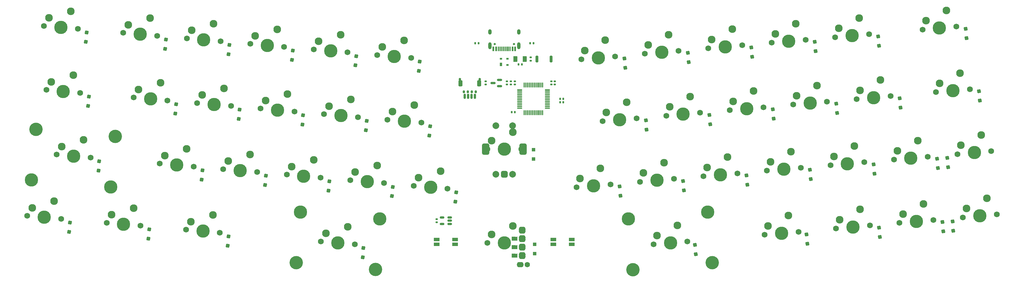
<source format=gbr>
%TF.GenerationSoftware,KiCad,Pcbnew,(7.0.0)*%
%TF.CreationDate,2024-04-21T21:40:02+02:00*%
%TF.ProjectId,Arrowhead,4172726f-7768-4656-9164-2e6b69636164,rev?*%
%TF.SameCoordinates,Original*%
%TF.FileFunction,Soldermask,Bot*%
%TF.FilePolarity,Negative*%
%FSLAX46Y46*%
G04 Gerber Fmt 4.6, Leading zero omitted, Abs format (unit mm)*
G04 Created by KiCad (PCBNEW (7.0.0)) date 2024-04-21 21:40:02*
%MOMM*%
%LPD*%
G01*
G04 APERTURE LIST*
G04 Aperture macros list*
%AMRoundRect*
0 Rectangle with rounded corners*
0 $1 Rounding radius*
0 $2 $3 $4 $5 $6 $7 $8 $9 X,Y pos of 4 corners*
0 Add a 4 corners polygon primitive as box body*
4,1,4,$2,$3,$4,$5,$6,$7,$8,$9,$2,$3,0*
0 Add four circle primitives for the rounded corners*
1,1,$1+$1,$2,$3*
1,1,$1+$1,$4,$5*
1,1,$1+$1,$6,$7*
1,1,$1+$1,$8,$9*
0 Add four rect primitives between the rounded corners*
20,1,$1+$1,$2,$3,$4,$5,0*
20,1,$1+$1,$4,$5,$6,$7,0*
20,1,$1+$1,$6,$7,$8,$9,0*
20,1,$1+$1,$8,$9,$2,$3,0*%
%AMFreePoly0*
4,1,6,0.600000,-0.250000,-0.600000,-0.250000,-0.600000,1.000000,0.000000,0.400000,0.600000,1.000000,0.600000,-0.250000,0.600000,-0.250000,$1*%
%AMFreePoly1*
4,1,6,0.600000,0.200000,0.000000,-0.400000,-0.600000,0.200000,-0.600000,0.400000,0.600000,0.400000,0.600000,0.200000,0.600000,0.200000,$1*%
G04 Aperture macros list end*
%ADD10C,0.100000*%
%ADD11C,1.750000*%
%ADD12C,3.987800*%
%ADD13C,2.300000*%
%ADD14O,2.100000X1.600000*%
%ADD15FreePoly0,270.000000*%
%ADD16FreePoly1,270.000000*%
%ADD17C,1.600000*%
%ADD18C,4.000000*%
%ADD19C,2.000000*%
%ADD20RoundRect,0.500000X0.500000X-0.500000X0.500000X0.500000X-0.500000X0.500000X-0.500000X-0.500000X0*%
%ADD21RoundRect,0.550000X0.550000X-1.150000X0.550000X1.150000X-0.550000X1.150000X-0.550000X-1.150000X0*%
%ADD22RoundRect,0.150000X0.587500X0.150000X-0.587500X0.150000X-0.587500X-0.150000X0.587500X-0.150000X0*%
%ADD23RoundRect,0.250000X0.272712X-0.325005X0.325005X0.272712X-0.272712X0.325005X-0.325005X-0.272712X0*%
%ADD24RoundRect,0.140000X0.140000X0.170000X-0.140000X0.170000X-0.140000X-0.170000X0.140000X-0.170000X0*%
%ADD25RoundRect,0.250000X-0.375000X-0.625000X0.375000X-0.625000X0.375000X0.625000X-0.375000X0.625000X0*%
%ADD26RoundRect,0.140000X-0.140000X-0.170000X0.140000X-0.170000X0.140000X0.170000X-0.140000X0.170000X0*%
%ADD27RoundRect,0.250000X0.325005X-0.272712X0.272712X0.325005X-0.325005X0.272712X-0.272712X-0.325005X0*%
%ADD28RoundRect,0.200000X0.200000X0.800000X-0.200000X0.800000X-0.200000X-0.800000X0.200000X-0.800000X0*%
%ADD29RoundRect,0.140000X0.170000X-0.140000X0.170000X0.140000X-0.170000X0.140000X-0.170000X-0.140000X0*%
%ADD30RoundRect,0.140000X-0.170000X0.140000X-0.170000X-0.140000X0.170000X-0.140000X0.170000X0.140000X0*%
%ADD31RoundRect,0.150000X0.512500X0.150000X-0.512500X0.150000X-0.512500X-0.150000X0.512500X-0.150000X0*%
%ADD32RoundRect,0.250000X0.300000X-0.300000X0.300000X0.300000X-0.300000X0.300000X-0.300000X-0.300000X0*%
%ADD33RoundRect,0.135000X-0.135000X-0.185000X0.135000X-0.185000X0.135000X0.185000X-0.135000X0.185000X0*%
%ADD34R,1.700000X1.000000*%
%ADD35RoundRect,0.150000X-0.150000X-0.625000X0.150000X-0.625000X0.150000X0.625000X-0.150000X0.625000X0*%
%ADD36RoundRect,0.250000X-0.350000X-0.650000X0.350000X-0.650000X0.350000X0.650000X-0.350000X0.650000X0*%
%ADD37RoundRect,0.150000X-0.150000X-0.275000X0.150000X-0.275000X0.150000X0.275000X-0.150000X0.275000X0*%
%ADD38RoundRect,0.175000X-0.175000X-0.225000X0.175000X-0.225000X0.175000X0.225000X-0.175000X0.225000X0*%
%ADD39C,0.650000*%
%ADD40R,0.600000X1.450000*%
%ADD41R,0.300000X1.450000*%
%ADD42O,1.000000X1.600000*%
%ADD43O,1.000000X2.100000*%
%ADD44R,0.700000X1.000000*%
%ADD45R,0.700000X0.600000*%
%ADD46RoundRect,0.135000X0.185000X-0.135000X0.185000X0.135000X-0.185000X0.135000X-0.185000X-0.135000X0*%
%ADD47RoundRect,0.075000X0.662500X0.075000X-0.662500X0.075000X-0.662500X-0.075000X0.662500X-0.075000X0*%
%ADD48RoundRect,0.075000X0.075000X0.662500X-0.075000X0.662500X-0.075000X-0.662500X0.075000X-0.662500X0*%
G04 APERTURE END LIST*
%TO.C,EN1*%
G36*
X184729000Y-103830500D02*
G01*
X183713000Y-103830500D01*
X183713000Y-102814500D01*
X184729000Y-102814500D01*
X184729000Y-103830500D01*
G37*
D10*
X184729000Y-103830500D02*
X183713000Y-103830500D01*
X183713000Y-102814500D01*
X184729000Y-102814500D01*
X184729000Y-103830500D01*
G36*
X184729000Y-101290500D02*
G01*
X183713000Y-101290500D01*
X183713000Y-100274500D01*
X184729000Y-100274500D01*
X184729000Y-101290500D01*
G37*
X184729000Y-101290500D02*
X183713000Y-101290500D01*
X183713000Y-100274500D01*
X184729000Y-100274500D01*
X184729000Y-101290500D01*
G36*
X184729000Y-98750500D02*
G01*
X183713000Y-98750500D01*
X183713000Y-97734500D01*
X184729000Y-97734500D01*
X184729000Y-98750500D01*
G37*
X184729000Y-98750500D02*
X183713000Y-98750500D01*
X183713000Y-97734500D01*
X184729000Y-97734500D01*
X184729000Y-98750500D01*
%TD*%
D11*
%TO.C,MX45*%
X299139374Y-93545516D03*
D12*
X304200043Y-93102765D03*
D11*
X309260712Y-92660014D03*
D13*
X300183166Y-90904494D03*
X306287626Y-87820720D03*
%TD*%
D11*
%TO.C,MX26*%
X77992466Y-75757901D03*
D12*
X83053135Y-76200652D03*
D11*
X88113804Y-76643403D03*
D13*
X79479009Y-73338254D03*
X86026221Y-71361359D03*
%TD*%
D11*
%TO.C,MX6*%
X142990004Y-43198913D03*
D12*
X148050673Y-43641664D03*
D11*
X153111342Y-44084415D03*
D13*
X144476547Y-40779266D03*
X151023759Y-38802371D03*
%TD*%
D11*
%TO.C,MX38*%
X62099017Y-93490172D03*
D12*
X67159686Y-93932923D03*
D11*
X72220355Y-94375674D03*
D13*
X63585560Y-91070525D03*
X70132772Y-89093630D03*
%TD*%
D11*
%TO.C,MX31*%
X202591512Y-82869591D03*
D12*
X207652181Y-82426840D03*
D11*
X212712850Y-81984089D03*
D13*
X203635304Y-80228569D03*
X209739764Y-77144795D03*
%TD*%
D11*
%TO.C,MX41*%
X175895000Y-71437500D03*
D12*
X180975000Y-71437500D03*
D11*
X186055000Y-71437500D03*
D13*
X177165000Y-68897500D03*
X183515000Y-66357500D03*
%TD*%
D11*
%TO.C,MX22*%
X267352476Y-58080973D03*
D12*
X272413145Y-57638222D03*
D11*
X277473814Y-57195471D03*
D13*
X268396268Y-55439951D03*
X274500728Y-52356177D03*
%TD*%
D11*
%TO.C,MX35*%
X278501548Y-76228324D03*
D12*
X283562217Y-75785573D03*
D11*
X288622886Y-75342822D03*
D13*
X279545340Y-73587302D03*
X285649800Y-70503528D03*
%TD*%
D11*
%TO.C,MX19*%
X210419949Y-63061924D03*
D12*
X215480618Y-62619173D03*
D11*
X220541287Y-62176422D03*
D13*
X211463741Y-60420902D03*
X217568201Y-57337128D03*
%TD*%
D14*
%TO.C,EN1*%
X186349999Y-103584499D03*
D15*
X183459000Y-103322500D03*
D16*
X184475000Y-103322500D03*
D14*
X186349999Y-103060499D03*
X186349999Y-101044499D03*
D15*
X183459000Y-100782500D03*
D16*
X184475000Y-100782500D03*
D14*
X186349999Y-100520499D03*
X186349999Y-98504499D03*
D15*
X183459000Y-98242500D03*
D16*
X184475000Y-98242500D03*
D14*
X186349999Y-97980499D03*
D17*
X187825000Y-106060500D03*
D14*
X185724999Y-106060499D03*
X186349999Y-95964499D03*
X186349999Y-95440499D03*
%TD*%
D11*
%TO.C,MX23*%
X286329985Y-56420656D03*
D12*
X291390654Y-55977905D03*
D11*
X296451323Y-55535154D03*
D13*
X287373777Y-53779634D03*
X293478237Y-50695860D03*
%TD*%
D11*
%TO.C,MX46*%
X318116883Y-91885199D03*
D12*
X323177552Y-91442448D03*
D11*
X328238221Y-90999697D03*
D13*
X319160675Y-89244177D03*
X325265135Y-86160403D03*
%TD*%
D11*
%TO.C,MX48*%
X175895000Y-99512500D03*
D12*
X180975000Y-99512500D03*
D13*
X177165000Y-96972500D03*
X183515000Y-94432500D03*
%TD*%
D11*
%TO.C,MX8*%
X222992764Y-42839177D03*
D12*
X228053433Y-42396426D03*
D11*
X233114102Y-41953675D03*
D13*
X224036556Y-40198155D03*
X230141016Y-37114381D03*
%TD*%
D11*
%TO.C,MX5*%
X124012495Y-41538596D03*
D12*
X129073164Y-41981347D03*
D11*
X134133833Y-42424098D03*
D13*
X125499038Y-39118949D03*
X132046250Y-37142054D03*
%TD*%
D11*
%TO.C,MX11*%
X279925291Y-37858226D03*
D12*
X284985960Y-37415475D03*
D11*
X290046629Y-36972724D03*
D13*
X280969083Y-35217204D03*
X287073543Y-32133430D03*
%TD*%
D11*
%TO.C,MX43*%
X258812992Y-97077125D03*
D12*
X263873661Y-96634374D03*
D11*
X268934330Y-96191623D03*
D13*
X259856784Y-94436103D03*
X265961244Y-91352329D03*
%TD*%
D11*
%TO.C,MX33*%
X240546530Y-79548957D03*
D12*
X245607199Y-79106206D03*
D11*
X250667868Y-78663455D03*
D13*
X241590322Y-76907935D03*
X247694782Y-73824161D03*
%TD*%
D11*
%TO.C,MX32*%
X221569021Y-81209274D03*
D12*
X226629690Y-80766523D03*
D11*
X231690359Y-80323772D03*
D13*
X222612813Y-78568252D03*
X228717273Y-75484478D03*
%TD*%
D11*
%TO.C,MX4*%
X105034986Y-39878279D03*
D12*
X110095655Y-40321030D03*
D11*
X115156324Y-40763781D03*
D13*
X106521529Y-37458632D03*
X113068741Y-35481737D03*
%TD*%
D11*
%TO.C,MX34*%
X259524039Y-77888640D03*
D12*
X264584708Y-77445889D03*
D11*
X269645377Y-77003138D03*
D13*
X260567831Y-75247618D03*
X266672291Y-72163844D03*
%TD*%
D11*
%TO.C,MX12*%
X306019366Y-35575291D03*
D12*
X311080035Y-35132540D03*
D11*
X316140704Y-34689789D03*
D13*
X307063158Y-32934269D03*
X313167618Y-29850495D03*
%TD*%
D11*
%TO.C,MX27*%
X96969975Y-77418218D03*
D12*
X102030644Y-77860969D03*
D11*
X107091313Y-78303720D03*
D13*
X98456518Y-74998571D03*
X105003730Y-73021676D03*
%TD*%
D11*
%TO.C,MX20*%
X229397458Y-61401607D03*
D12*
X234458127Y-60958856D03*
D11*
X239518796Y-60516105D03*
D13*
X230441250Y-58760585D03*
X236545710Y-55676811D03*
%TD*%
D11*
%TO.C,MX14*%
X70164028Y-55950233D03*
D12*
X75224697Y-56392984D03*
D11*
X80285366Y-56835735D03*
D13*
X71650571Y-53530586D03*
X78197783Y-51553691D03*
%TD*%
D11*
%TO.C,MX1*%
X43358081Y-34482249D03*
D12*
X48418750Y-34925000D03*
D11*
X53479419Y-35367751D03*
D13*
X44844624Y-32062602D03*
X51391836Y-30085707D03*
%TD*%
D11*
%TO.C,MX21*%
X248374967Y-59741290D03*
D12*
X253435636Y-59298539D03*
D11*
X258496305Y-58855788D03*
D13*
X249418759Y-57100268D03*
X255523219Y-54016494D03*
%TD*%
D11*
%TO.C,MX28*%
X115947484Y-79078535D03*
D12*
X121008153Y-79521286D03*
D11*
X126068822Y-79964037D03*
D13*
X117434027Y-76658888D03*
X123981239Y-74681993D03*
%TD*%
D18*
%TO.C,S3*%
X40962522Y-65506519D03*
D12*
X39634268Y-80688526D03*
D18*
X64684408Y-67581915D03*
D12*
X63356154Y-82763922D03*
%TD*%
D19*
%TO.C,SW1*%
X178475000Y-78937500D03*
X183475000Y-78937500D03*
D20*
X180975000Y-78937500D03*
D21*
X175375000Y-71437500D03*
X186575000Y-71437500D03*
D19*
X183475000Y-64437500D03*
X178475000Y-64437500D03*
%TD*%
D11*
%TO.C,MX9*%
X241970273Y-41178860D03*
D12*
X247030942Y-40736109D03*
D11*
X252091611Y-40293358D03*
D13*
X243014065Y-38537838D03*
X249118525Y-35454064D03*
%TD*%
D11*
%TO.C,MX7*%
X204015255Y-44499494D03*
D12*
X209075924Y-44056743D03*
D11*
X214136593Y-43613992D03*
D13*
X205059047Y-41858472D03*
X211163507Y-38774698D03*
%TD*%
D11*
%TO.C,MX30*%
X153902502Y-82399168D03*
D12*
X158963171Y-82841919D03*
D11*
X164023840Y-83284670D03*
D13*
X155389045Y-79979521D03*
X161936257Y-78002626D03*
%TD*%
D11*
%TO.C,MX44*%
X280161865Y-95205833D03*
D12*
X285222534Y-94763082D03*
D11*
X290283203Y-94320331D03*
D13*
X281205657Y-92564811D03*
X287310117Y-89481037D03*
%TD*%
D11*
%TO.C,MX39*%
X85820903Y-95565568D03*
D12*
X90881572Y-96008319D03*
D11*
X95942241Y-96451070D03*
D13*
X87307446Y-93145921D03*
X93854658Y-91169026D03*
%TD*%
D11*
%TO.C,MX13*%
X44069953Y-53667298D03*
D12*
X49130622Y-54110049D03*
D11*
X54191291Y-54552800D03*
D13*
X45556496Y-51247651D03*
X52103708Y-49270756D03*
%TD*%
D11*
%TO.C,MX3*%
X86057477Y-38217962D03*
D12*
X91118146Y-38660713D03*
D11*
X96178815Y-39103464D03*
D13*
X87544020Y-35798315D03*
X94091232Y-33821420D03*
%TD*%
D11*
%TO.C,MX47*%
X316456566Y-72907690D03*
D12*
X321517235Y-72464939D03*
D11*
X326577904Y-72022188D03*
D13*
X317500358Y-70266668D03*
X323604818Y-67182894D03*
%TD*%
D11*
%TO.C,MX29*%
X134924993Y-80738851D03*
D12*
X139985662Y-81181602D03*
D11*
X145046331Y-81624353D03*
D13*
X136411536Y-78319204D03*
X142958748Y-76342309D03*
%TD*%
D11*
%TO.C,MX24*%
X310051872Y-54345260D03*
D12*
X315112541Y-53902509D03*
D11*
X320173210Y-53459758D03*
D13*
X311095664Y-51704238D03*
X317200124Y-48620464D03*
%TD*%
D11*
%TO.C,MX40*%
X126148110Y-99093742D03*
D12*
X131208779Y-99536493D03*
D11*
X136269448Y-99979244D03*
D13*
X127634653Y-96674095D03*
X134181865Y-94697200D03*
%TD*%
D11*
%TO.C,MX36*%
X297479057Y-74568007D03*
D12*
X302539726Y-74125256D03*
D11*
X307600395Y-73682505D03*
D13*
X298522849Y-71926985D03*
X304627309Y-68843211D03*
%TD*%
D11*
%TO.C,MX10*%
X260947782Y-39518543D03*
D12*
X266008451Y-39075792D03*
D11*
X271069120Y-38633041D03*
D13*
X261991574Y-36877521D03*
X268096034Y-33793747D03*
%TD*%
D11*
%TO.C,MX15*%
X89141537Y-57610550D03*
D12*
X94202206Y-58053301D03*
D11*
X99262875Y-58496052D03*
D13*
X90628080Y-55190903D03*
X97175292Y-53214008D03*
%TD*%
D11*
%TO.C,MX18*%
X146074064Y-62591501D03*
D12*
X151134733Y-63034252D03*
D11*
X156195402Y-63477003D03*
D13*
X147560607Y-60171854D03*
X154107819Y-58194959D03*
%TD*%
D18*
%TO.C,S1*%
X142460939Y-107532611D03*
D12*
X143789193Y-92350604D03*
D18*
X118739053Y-105457215D03*
D12*
X120067307Y-90275208D03*
%TD*%
D11*
%TO.C,MX17*%
X127096555Y-60931184D03*
D12*
X132157224Y-61373935D03*
D11*
X137217893Y-61816686D03*
D13*
X128583098Y-58511537D03*
X135130310Y-56534642D03*
%TD*%
D11*
%TO.C,MX25*%
X47154013Y-73059886D03*
D12*
X52214682Y-73502637D03*
D11*
X57275351Y-73945388D03*
D13*
X48640556Y-70640239D03*
X55187768Y-68663344D03*
%TD*%
D11*
%TO.C,MX2*%
X67079968Y-36557645D03*
D12*
X72140637Y-37000396D03*
D11*
X77201306Y-37443147D03*
D13*
X68566511Y-34137998D03*
X75113723Y-32161103D03*
%TD*%
D18*
%TO.C,S2*%
X243130150Y-105457777D03*
D12*
X241801896Y-90275770D03*
D18*
X219408264Y-107533173D03*
D12*
X218080010Y-92351166D03*
%TD*%
D11*
%TO.C,MX16*%
X108119046Y-59270867D03*
D12*
X113179715Y-59713618D03*
D11*
X118240384Y-60156369D03*
D13*
X109605589Y-56851220D03*
X116152801Y-54874325D03*
%TD*%
D11*
%TO.C,MX42*%
X225599755Y-99979806D03*
D12*
X230660424Y-99537055D03*
D11*
X235721093Y-99094304D03*
D13*
X226643547Y-97338784D03*
X232748007Y-94255010D03*
%TD*%
D11*
%TO.C,MX37*%
X38377131Y-91414776D03*
D12*
X43437800Y-91857527D03*
D11*
X48498469Y-92300278D03*
D13*
X39863674Y-88995129D03*
X46410886Y-87018234D03*
%TD*%
D22*
%TO.C,U3*%
X179531250Y-50643750D03*
X179531250Y-52543750D03*
X177656250Y-51593750D03*
%TD*%
D23*
%TO.C,D15*%
X101621432Y-62389688D03*
X101865468Y-59600342D03*
%TD*%
%TO.C,D38*%
X74578912Y-98269310D03*
X74822948Y-95479964D03*
%TD*%
D24*
%TO.C,C2*%
X184150000Y-60325000D03*
X183190000Y-60325000D03*
%TD*%
D25*
%TO.C,F1*%
X184337500Y-44450000D03*
X187137500Y-44450000D03*
%TD*%
D23*
%TO.C,D27*%
X109449870Y-82197356D03*
X109693906Y-79408010D03*
%TD*%
D26*
%TO.C,C8*%
X197643750Y-56356250D03*
X198603750Y-56356250D03*
%TD*%
D27*
%TO.C,D34*%
X272644225Y-80428062D03*
X272400189Y-77638716D03*
%TD*%
D23*
%TO.C,D30*%
X166382397Y-87178306D03*
X166626433Y-84388960D03*
%TD*%
D28*
%TO.C,SW2*%
X194981250Y-44450000D03*
X190781250Y-44450000D03*
%TD*%
D29*
%TO.C,C5*%
X184150000Y-52073750D03*
X184150000Y-51113750D03*
%TD*%
D23*
%TO.C,D40*%
X138628005Y-103872879D03*
X138872041Y-101083533D03*
%TD*%
D30*
%TO.C,C9*%
X175418750Y-51113750D03*
X175418750Y-52073750D03*
%TD*%
D31*
%TO.C,U4*%
X164650000Y-91918750D03*
X164650000Y-92868750D03*
X164650000Y-93818750D03*
X162375000Y-93818750D03*
X162375000Y-91918750D03*
%TD*%
D27*
%TO.C,D36*%
X310599243Y-77107428D03*
X310355207Y-74318082D03*
%TD*%
D23*
%TO.C,D29*%
X147404888Y-85517989D03*
X147648924Y-82728643D03*
%TD*%
D27*
%TO.C,D7*%
X217135441Y-47038915D03*
X216891405Y-44249569D03*
%TD*%
%TO.C,D20*%
X242517645Y-63941028D03*
X242273609Y-61151682D03*
%TD*%
%TO.C,D43*%
X271584518Y-99819673D03*
X271340482Y-97030327D03*
%TD*%
%TO.C,D21*%
X261495154Y-62280711D03*
X261251118Y-59491365D03*
%TD*%
D32*
%TO.C,D48*%
X190048500Y-102772500D03*
X190048500Y-99972500D03*
%TD*%
D23*
%TO.C,D17*%
X139576450Y-65710322D03*
X139820486Y-62920976D03*
%TD*%
D26*
%TO.C,C3*%
X197643750Y-57350000D03*
X198603750Y-57350000D03*
%TD*%
D23*
%TO.C,D13*%
X56549849Y-58446435D03*
X56793885Y-55657089D03*
%TD*%
D27*
%TO.C,D22*%
X280472663Y-60620394D03*
X280228627Y-57831048D03*
%TD*%
D23*
%TO.C,D2*%
X79559863Y-41336783D03*
X79803899Y-38547437D03*
%TD*%
%TO.C,D4*%
X117514881Y-44657417D03*
X117758917Y-41868071D03*
%TD*%
D27*
%TO.C,D42*%
X238247018Y-102933744D03*
X238002982Y-100144398D03*
%TD*%
D23*
%TO.C,D16*%
X120598941Y-64050005D03*
X120842977Y-61260659D03*
%TD*%
D27*
%TO.C,D47*%
X313653268Y-76800923D03*
X313409232Y-74011577D03*
%TD*%
%TO.C,D32*%
X234689207Y-83748696D03*
X234445171Y-80959350D03*
%TD*%
D23*
%TO.C,D6*%
X155469899Y-47978051D03*
X155713935Y-45188705D03*
%TD*%
%TO.C,D37*%
X50857026Y-96193914D03*
X51101062Y-93404568D03*
%TD*%
%TO.C,D26*%
X90472361Y-80537039D03*
X90716397Y-77747693D03*
%TD*%
D29*
%TO.C,C4*%
X196056250Y-52073750D03*
X196056250Y-51113750D03*
%TD*%
D27*
%TO.C,D23*%
X299450172Y-58960077D03*
X299206136Y-56170731D03*
%TD*%
D29*
%TO.C,C10*%
X181768750Y-52073750D03*
X181768750Y-51113750D03*
%TD*%
D27*
%TO.C,D46*%
X315240768Y-95850923D03*
X314996732Y-93061577D03*
%TD*%
D23*
%TO.C,D28*%
X128427379Y-83857672D03*
X128671415Y-81068326D03*
%TD*%
D33*
%TO.C,R2*%
X188686250Y-39687500D03*
X189706250Y-39687500D03*
%TD*%
D23*
%TO.C,D25*%
X59633909Y-77839024D03*
X59877945Y-75049678D03*
%TD*%
D34*
%TO.C,LED1*%
X166262499Y-99918749D03*
X166262499Y-98518749D03*
X160762499Y-98518749D03*
X160762499Y-99918749D03*
%TD*%
D27*
%TO.C,D33*%
X253666716Y-82088379D03*
X253422680Y-79299033D03*
%TD*%
%TO.C,D35*%
X291621734Y-78767745D03*
X291377698Y-75978399D03*
%TD*%
D23*
%TO.C,D14*%
X82643923Y-60729371D03*
X82887959Y-57940025D03*
%TD*%
D35*
%TO.C,J3*%
X169156250Y-55598750D03*
X170156250Y-55598750D03*
X171156250Y-55598750D03*
X172156250Y-55598750D03*
D36*
X167856250Y-51723750D03*
X173456250Y-51723750D03*
%TD*%
D23*
%TO.C,D3*%
X98537372Y-42997100D03*
X98781408Y-40207754D03*
%TD*%
%TO.C,D18*%
X158553959Y-67370639D03*
X158797995Y-64581293D03*
%TD*%
D27*
%TO.C,D45*%
X312259560Y-96084937D03*
X312015524Y-93295591D03*
%TD*%
D33*
%TO.C,R1*%
X172243750Y-39687500D03*
X173263750Y-39687500D03*
%TD*%
D32*
%TO.C,D41*%
X189706250Y-74425000D03*
X189706250Y-71625000D03*
%TD*%
D37*
%TO.C,J4*%
X168856250Y-54262500D03*
X170056250Y-54262500D03*
X171256250Y-54262500D03*
X172456250Y-54262500D03*
D38*
X167706250Y-50487500D03*
X173606250Y-50487500D03*
%TD*%
D27*
%TO.C,D10*%
X274067968Y-42057964D03*
X273823932Y-39268618D03*
%TD*%
D39*
%TO.C,J1*%
X178085000Y-39906250D03*
X183865000Y-39906250D03*
D40*
X177724999Y-41351249D03*
X178524999Y-41351249D03*
D41*
X179724999Y-41351249D03*
X180724999Y-41351249D03*
X181224999Y-41351249D03*
X182224999Y-41351249D03*
D40*
X183424999Y-41351249D03*
X184224999Y-41351249D03*
X184224999Y-41351249D03*
X183424999Y-41351249D03*
D41*
X182724999Y-41351249D03*
X181724999Y-41351249D03*
X180224999Y-41351249D03*
X179224999Y-41351249D03*
D40*
X178524999Y-41351249D03*
X177724999Y-41351249D03*
D42*
X176654999Y-36256249D03*
D43*
X176654999Y-40436249D03*
D42*
X185294999Y-36256249D03*
D43*
X185294999Y-40436249D03*
%TD*%
D29*
%TO.C,C11*%
X160737500Y-93348750D03*
X160737500Y-92388750D03*
%TD*%
D23*
%TO.C,D5*%
X136492390Y-46317734D03*
X136736426Y-43528388D03*
%TD*%
%TO.C,D1*%
X55837977Y-39261387D03*
X56082013Y-36472041D03*
%TD*%
D44*
%TO.C,U2*%
X179974999Y-45993749D03*
D45*
X179974999Y-44293749D03*
X181974999Y-44293749D03*
X181974999Y-46193749D03*
%TD*%
D27*
%TO.C,D31*%
X215711698Y-85409012D03*
X215467662Y-82619666D03*
%TD*%
%TO.C,D9*%
X255090459Y-43718281D03*
X254846423Y-40928935D03*
%TD*%
D46*
%TO.C,R3*%
X188912500Y-44960000D03*
X188912500Y-43940000D03*
%TD*%
D24*
%TO.C,C1*%
X186217500Y-46037500D03*
X185257500Y-46037500D03*
%TD*%
D23*
%TO.C,D39*%
X98300799Y-100344706D03*
X98544835Y-97555360D03*
%TD*%
D47*
%TO.C,U1*%
X193868750Y-53606250D03*
X193868750Y-54106250D03*
X193868750Y-54606250D03*
X193868750Y-55106250D03*
X193868750Y-55606250D03*
X193868750Y-56106250D03*
X193868750Y-56606250D03*
X193868750Y-57106250D03*
X193868750Y-57606250D03*
X193868750Y-58106250D03*
X193868750Y-58606250D03*
X193868750Y-59106250D03*
D48*
X192456250Y-60518750D03*
X191956250Y-60518750D03*
X191456250Y-60518750D03*
X190956250Y-60518750D03*
X190456250Y-60518750D03*
X189956250Y-60518750D03*
X189456250Y-60518750D03*
X188956250Y-60518750D03*
X188456250Y-60518750D03*
X187956250Y-60518750D03*
X187456250Y-60518750D03*
X186956250Y-60518750D03*
D47*
X185543750Y-59106250D03*
X185543750Y-58606250D03*
X185543750Y-58106250D03*
X185543750Y-57606250D03*
X185543750Y-57106250D03*
X185543750Y-56606250D03*
X185543750Y-56106250D03*
X185543750Y-55606250D03*
X185543750Y-55106250D03*
X185543750Y-54606250D03*
X185543750Y-54106250D03*
X185543750Y-53606250D03*
D48*
X186956250Y-52193750D03*
X187456250Y-52193750D03*
X187956250Y-52193750D03*
X188456250Y-52193750D03*
X188956250Y-52193750D03*
X189456250Y-52193750D03*
X189956250Y-52193750D03*
X190456250Y-52193750D03*
X190956250Y-52193750D03*
X191456250Y-52193750D03*
X191956250Y-52193750D03*
X192456250Y-52193750D03*
%TD*%
D29*
%TO.C,C7*%
X182929419Y-52073750D03*
X182929419Y-51113750D03*
%TD*%
D27*
%TO.C,D8*%
X236112950Y-45378598D03*
X235868914Y-42589252D03*
%TD*%
%TO.C,D12*%
X319139552Y-38114712D03*
X318895516Y-35325366D03*
%TD*%
%TO.C,D19*%
X223540136Y-65601345D03*
X223296100Y-62811999D03*
%TD*%
%TO.C,D24*%
X323172058Y-56884681D03*
X322928022Y-54095335D03*
%TD*%
D29*
%TO.C,C6*%
X195062500Y-52073750D03*
X195062500Y-51113750D03*
%TD*%
D34*
%TO.C,LED2*%
X201187499Y-99918749D03*
X201187499Y-98518749D03*
X195687499Y-98518749D03*
X195687499Y-99918749D03*
%TD*%
D27*
%TO.C,D11*%
X293045477Y-40397648D03*
X292801441Y-37608302D03*
%TD*%
%TO.C,D44*%
X293282051Y-97745254D03*
X293038015Y-94955908D03*
%TD*%
M02*

</source>
